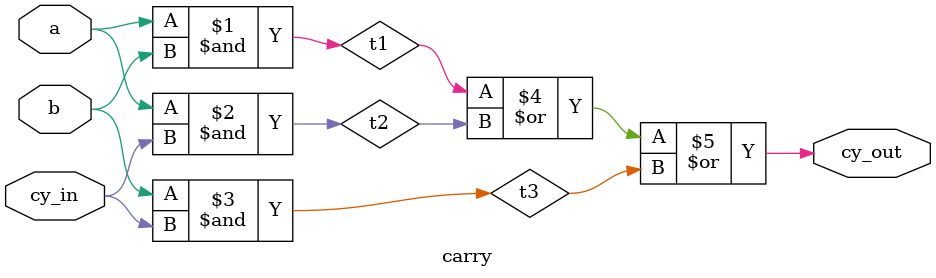
<source format=v>
module carry(cy_out, a, b, cy_in);
	input a,b,cy_in;
	output cy_out;

	wire t1,t2,t3;

	and g1(t1,a,b);
	and g2(t2,a,cy_in);
	and g3(t3,b,cy_in);

	or g4(cy_out,t1,t2,t3);

endmodule
</source>
